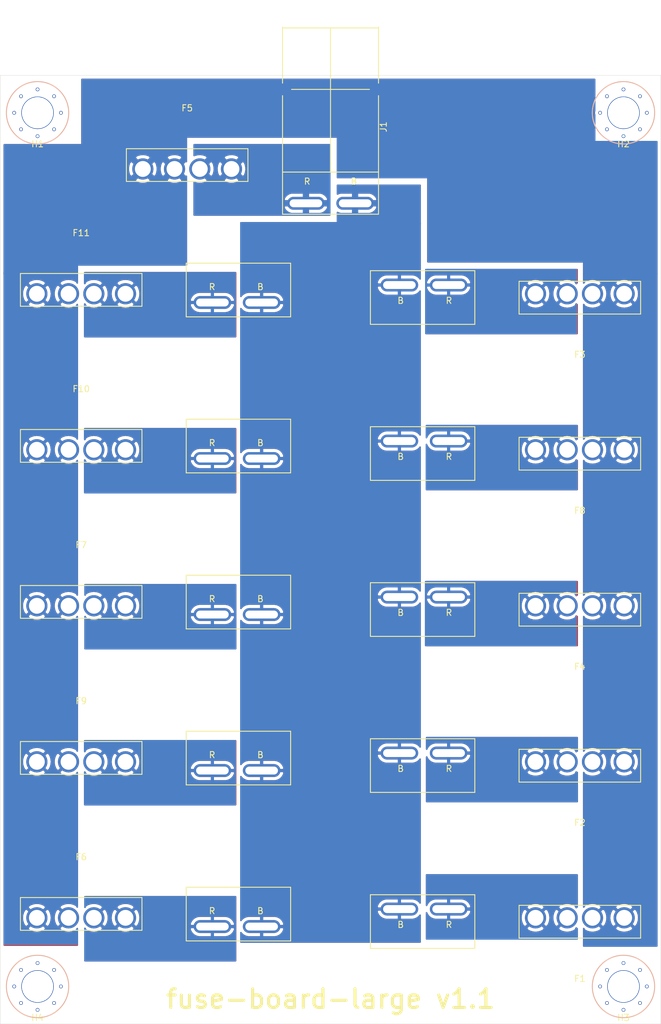
<source format=kicad_pcb>
(kicad_pcb (version 20171130) (host pcbnew 5.1.5-52549c5~84~ubuntu18.04.1)
  (layers (0 F.Cu signal) (31 B.Cu signal) (34 B.Paste user) (35 F.Paste user) (36 B.SilkS user) (37 F.SilkS user) (38 B.Mask user) (39 F.Mask user) (44 Edge.Cuts user))
  (net 0 "")
  (net 1 "Net-(F1-Pad1)")
  (net 2 "Net-(F1-Pad2)")
  (net 3 "Net-(F2-Pad2)")
  (net 4 "Net-(F3-Pad2)")
  (net 5 "Net-(F4-Pad2)")
  (net 6 "Net-(J1-Pad2)")
  (net 7 "Net-(F5-Pad2)")
  (net 8 "Net-(F6-Pad2)")
  (net 9 "Net-(F7-Pad2)")
  (net 10 "Net-(F8-Pad2)")
  (net 11 "Net-(F9-Pad2)")
  (net 12 "Net-(F10-Pad2)")
  (net 13 "Net-(F11-Pad2)")
  (module homebrew:Anderson_1336G1_right_angle_bottom_two (layer F.Cu) (at 85 60.5)
    (fp_text reference J1 (at 8.5 -12.25 90) (layer F.SilkS))
    (fp_text value Anderson_two_redblack)
    (fp_line (start -6.25 -18.25) (end 6.25 -18.25) (layer F.SilkS) (width 0.15))
    (fp_line (start -7.7 -28.1) (end 7.7 -28.1) (layer F.SilkS) (width 0.15))
    (fp_line (start -7.7 -28.25) (end -7.7 -19.25) (layer F.SilkS) (width 0.15))
    (fp_line (start -7.7 -5) (end 7.7 -5) (layer F.SilkS) (width 0.15))
    (fp_line (start 7.7 -5) (end 7.7 -17.25) (layer F.SilkS) (width 0.15))
    (fp_line (start 0 -28) (end 0 -5) (layer F.SilkS) (width 0.15))
    (fp_line (start -7.7 -17.25) (end -7.7 -5) (layer F.SilkS) (width 0.15))
    (fp_line (start 7.7 -19.25) (end 7.7 -28.25) (layer F.SilkS) (width 0.15))
    (fp_line (start -7.7 -5) (end -7.7 1.75) (layer F.SilkS) (width 0.15))
    (fp_line (start -7.7 1.75) (end 7.7 1.75) (layer F.SilkS) (width 0.15))
    (fp_line (start 7.7 1.75) (end 7.7 -5) (layer F.SilkS) (width 0.15))
    (fp_text user R (at -3.75 -3.5) (layer F.SilkS))
    (fp_text user B (at 3.75 -3.5) (layer F.SilkS))
    (pad 2 thru_hole oval (at 3.95 0) (size 6.03 2.07) (drill oval 5.23 1.27) (layers *.Cu *.Mask) (net 6 "Net-(J1-Pad2)"))
    (pad 1 thru_hole oval (at -3.95 0) (size 6.03 2.07) (drill oval 5.23 1.27) (layers *.Cu *.Mask) (net 7 "Net-(F5-Pad2)"))
  )
  (module homebrew:Anderson_1335G1_straight_two (layer F.Cu) (at 70 75)
    (fp_text reference J11 hide)
    (fp_text value Anderson_two_redblack)
    (fp_text user B (at 3.75 -1.1) (layer F.SilkS))
    (fp_line (start -8.15 -4.9) (end 8.6 -4.9) (layer F.SilkS) (width 0.15))
    (fp_line (start -8.15 3.7) (end -8.15 -4.9) (layer F.SilkS) (width 0.15))
    (fp_line (start 8.6 3.7) (end -8.15 3.7) (layer F.SilkS) (width 0.15))
    (fp_line (start 8.6 -4.9) (end 8.6 3.7) (layer F.SilkS) (width 0.15))
    (fp_text user R (at -4 -1.1) (layer F.SilkS))
    (pad 2 thru_hole oval (at 3.95 1.4) (size 6.03 2.07) (drill oval 5.23 1.27) (layers *.Cu *.Mask) (net 6 "Net-(J1-Pad2)"))
    (pad 1 thru_hole oval (at -3.95 1.4) (size 6.03 2.07) (drill oval 5.23 1.27) (layers *.Cu *.Mask) (net 13 "Net-(F11-Pad2)"))
  )
  (module homebrew:Anderson_1335G1_straight_two (layer F.Cu) (at 70 100)
    (fp_text reference J10 hide)
    (fp_text value Anderson_two_redblack)
    (fp_text user B (at 3.75 -1.1) (layer F.SilkS))
    (fp_line (start -8.15 -4.9) (end 8.6 -4.9) (layer F.SilkS) (width 0.15))
    (fp_line (start -8.15 3.7) (end -8.15 -4.9) (layer F.SilkS) (width 0.15))
    (fp_line (start 8.6 3.7) (end -8.15 3.7) (layer F.SilkS) (width 0.15))
    (fp_line (start 8.6 -4.9) (end 8.6 3.7) (layer F.SilkS) (width 0.15))
    (fp_text user R (at -4 -1.1) (layer F.SilkS))
    (pad 2 thru_hole oval (at 3.95 1.4) (size 6.03 2.07) (drill oval 5.23 1.27) (layers *.Cu *.Mask) (net 6 "Net-(J1-Pad2)"))
    (pad 1 thru_hole oval (at -3.95 1.4) (size 6.03 2.07) (drill oval 5.23 1.27) (layers *.Cu *.Mask) (net 12 "Net-(F10-Pad2)"))
  )
  (module homebrew:Anderson_1335G1_straight_two (layer F.Cu) (at 70 150)
    (fp_text reference J9 hide)
    (fp_text value Anderson_two_redblack)
    (fp_text user B (at 3.75 -1.1) (layer F.SilkS))
    (fp_line (start -8.15 -4.9) (end 8.6 -4.9) (layer F.SilkS) (width 0.15))
    (fp_line (start -8.15 3.7) (end -8.15 -4.9) (layer F.SilkS) (width 0.15))
    (fp_line (start 8.6 3.7) (end -8.15 3.7) (layer F.SilkS) (width 0.15))
    (fp_line (start 8.6 -4.9) (end 8.6 3.7) (layer F.SilkS) (width 0.15))
    (fp_text user R (at -4 -1.1) (layer F.SilkS))
    (pad 2 thru_hole oval (at 3.95 1.4) (size 6.03 2.07) (drill oval 5.23 1.27) (layers *.Cu *.Mask) (net 6 "Net-(J1-Pad2)"))
    (pad 1 thru_hole oval (at -3.95 1.4) (size 6.03 2.07) (drill oval 5.23 1.27) (layers *.Cu *.Mask) (net 11 "Net-(F9-Pad2)"))
  )
  (module homebrew:Anderson_1335G1_straight_two (layer F.Cu) (at 100 100 180)
    (fp_text reference J8 hide)
    (fp_text value Anderson_two_redblack)
    (fp_text user B (at 3.75 -1.1) (layer F.SilkS))
    (fp_line (start -8.15 -4.9) (end 8.6 -4.9) (layer F.SilkS) (width 0.15))
    (fp_line (start -8.15 3.7) (end -8.15 -4.9) (layer F.SilkS) (width 0.15))
    (fp_line (start 8.6 3.7) (end -8.15 3.7) (layer F.SilkS) (width 0.15))
    (fp_line (start 8.6 -4.9) (end 8.6 3.7) (layer F.SilkS) (width 0.15))
    (fp_text user R (at -4 -1.1) (layer F.SilkS))
    (pad 2 thru_hole oval (at 3.95 1.4 180) (size 6.03 2.07) (drill oval 5.23 1.27) (layers *.Cu *.Mask) (net 6 "Net-(J1-Pad2)"))
    (pad 1 thru_hole oval (at -3.95 1.4 180) (size 6.03 2.07) (drill oval 5.23 1.27) (layers *.Cu *.Mask) (net 10 "Net-(F8-Pad2)"))
  )
  (module homebrew:Anderson_1335G1_straight_two (layer F.Cu) (at 70 125)
    (fp_text reference J7 hide)
    (fp_text value Anderson_two_redblack)
    (fp_text user B (at 3.75 -1.1) (layer F.SilkS))
    (fp_line (start -8.15 -4.9) (end 8.6 -4.9) (layer F.SilkS) (width 0.15))
    (fp_line (start -8.15 3.7) (end -8.15 -4.9) (layer F.SilkS) (width 0.15))
    (fp_line (start 8.6 3.7) (end -8.15 3.7) (layer F.SilkS) (width 0.15))
    (fp_line (start 8.6 -4.9) (end 8.6 3.7) (layer F.SilkS) (width 0.15))
    (fp_text user R (at -4 -1.1) (layer F.SilkS))
    (pad 2 thru_hole oval (at 3.95 1.4) (size 6.03 2.07) (drill oval 5.23 1.27) (layers *.Cu *.Mask) (net 6 "Net-(J1-Pad2)"))
    (pad 1 thru_hole oval (at -3.95 1.4) (size 6.03 2.07) (drill oval 5.23 1.27) (layers *.Cu *.Mask) (net 9 "Net-(F7-Pad2)"))
  )
  (module homebrew:Anderson_1335G1_straight_two (layer F.Cu) (at 70 175)
    (fp_text reference J6 hide)
    (fp_text value Anderson_two_redblack)
    (fp_text user B (at 3.75 -1.1) (layer F.SilkS))
    (fp_line (start -8.15 -4.9) (end 8.6 -4.9) (layer F.SilkS) (width 0.15))
    (fp_line (start -8.15 3.7) (end -8.15 -4.9) (layer F.SilkS) (width 0.15))
    (fp_line (start 8.6 3.7) (end -8.15 3.7) (layer F.SilkS) (width 0.15))
    (fp_line (start 8.6 -4.9) (end 8.6 3.7) (layer F.SilkS) (width 0.15))
    (fp_text user R (at -4 -1.1) (layer F.SilkS))
    (pad 2 thru_hole oval (at 3.95 1.4) (size 6.03 2.07) (drill oval 5.23 1.27) (layers *.Cu *.Mask) (net 6 "Net-(J1-Pad2)"))
    (pad 1 thru_hole oval (at -3.95 1.4) (size 6.03 2.07) (drill oval 5.23 1.27) (layers *.Cu *.Mask) (net 8 "Net-(F6-Pad2)"))
  )
  (module homebrew:Anderson_1335G1_straight_two (layer F.Cu) (at 100 125 180)
    (fp_text reference J5 hide)
    (fp_text value Anderson_two_redblack)
    (fp_text user B (at 3.75 -1.1) (layer F.SilkS))
    (fp_line (start -8.15 -4.9) (end 8.6 -4.9) (layer F.SilkS) (width 0.15))
    (fp_line (start -8.15 3.7) (end -8.15 -4.9) (layer F.SilkS) (width 0.15))
    (fp_line (start 8.6 3.7) (end -8.15 3.7) (layer F.SilkS) (width 0.15))
    (fp_line (start 8.6 -4.9) (end 8.6 3.7) (layer F.SilkS) (width 0.15))
    (fp_text user R (at -4 -1.1) (layer F.SilkS))
    (pad 2 thru_hole oval (at 3.95 1.4 180) (size 6.03 2.07) (drill oval 5.23 1.27) (layers *.Cu *.Mask) (net 6 "Net-(J1-Pad2)"))
    (pad 1 thru_hole oval (at -3.95 1.4 180) (size 6.03 2.07) (drill oval 5.23 1.27) (layers *.Cu *.Mask) (net 5 "Net-(F4-Pad2)"))
  )
  (module homebrew:Anderson_1335G1_straight_two (layer F.Cu) (at 100 75 180)
    (fp_text reference J4 hide)
    (fp_text value Anderson_two_redblack)
    (fp_text user B (at 3.75 -1.1) (layer F.SilkS))
    (fp_line (start -8.15 -4.9) (end 8.6 -4.9) (layer F.SilkS) (width 0.15))
    (fp_line (start -8.15 3.7) (end -8.15 -4.9) (layer F.SilkS) (width 0.15))
    (fp_line (start 8.6 3.7) (end -8.15 3.7) (layer F.SilkS) (width 0.15))
    (fp_line (start 8.6 -4.9) (end 8.6 3.7) (layer F.SilkS) (width 0.15))
    (fp_text user R (at -4 -1.1) (layer F.SilkS))
    (pad 2 thru_hole oval (at 3.95 1.4 180) (size 6.03 2.07) (drill oval 5.23 1.27) (layers *.Cu *.Mask) (net 6 "Net-(J1-Pad2)"))
    (pad 1 thru_hole oval (at -3.95 1.4 180) (size 6.03 2.07) (drill oval 5.23 1.27) (layers *.Cu *.Mask) (net 4 "Net-(F3-Pad2)"))
  )
  (module homebrew:Anderson_1335G1_straight_two (layer F.Cu) (at 100 150 180)
    (fp_text reference J3 hide)
    (fp_text value Anderson_two_redblack)
    (fp_text user B (at 3.75 -1.1) (layer F.SilkS))
    (fp_line (start -8.15 -4.9) (end 8.6 -4.9) (layer F.SilkS) (width 0.15))
    (fp_line (start -8.15 3.7) (end -8.15 -4.9) (layer F.SilkS) (width 0.15))
    (fp_line (start 8.6 3.7) (end -8.15 3.7) (layer F.SilkS) (width 0.15))
    (fp_line (start 8.6 -4.9) (end 8.6 3.7) (layer F.SilkS) (width 0.15))
    (fp_text user R (at -4 -1.1) (layer F.SilkS))
    (pad 2 thru_hole oval (at 3.95 1.4 180) (size 6.03 2.07) (drill oval 5.23 1.27) (layers *.Cu *.Mask) (net 6 "Net-(J1-Pad2)"))
    (pad 1 thru_hole oval (at -3.95 1.4 180) (size 6.03 2.07) (drill oval 5.23 1.27) (layers *.Cu *.Mask) (net 3 "Net-(F2-Pad2)"))
  )
  (module homebrew:Anderson_1335G1_straight_two (layer F.Cu) (at 100 175 180)
    (fp_text reference J2 hide)
    (fp_text value Anderson_two_redblack)
    (fp_text user B (at 3.75 -1.1) (layer F.SilkS))
    (fp_line (start -8.15 -4.9) (end 8.6 -4.9) (layer F.SilkS) (width 0.15))
    (fp_line (start -8.15 3.7) (end -8.15 -4.9) (layer F.SilkS) (width 0.15))
    (fp_line (start 8.6 3.7) (end -8.15 3.7) (layer F.SilkS) (width 0.15))
    (fp_line (start 8.6 -4.9) (end 8.6 3.7) (layer F.SilkS) (width 0.15))
    (fp_text user R (at -4 -1.1) (layer F.SilkS))
    (pad 2 thru_hole oval (at 3.95 1.4 180) (size 6.03 2.07) (drill oval 5.23 1.27) (layers *.Cu *.Mask) (net 6 "Net-(J1-Pad2)"))
    (pad 1 thru_hole oval (at -3.95 1.4 180) (size 6.03 2.07) (drill oval 5.23 1.27) (layers *.Cu *.Mask) (net 2 "Net-(F1-Pad2)"))
  )
  (module homebrew:HOLE_5MM_#8 (layer F.Cu) (at 38 186)
    (fp_text reference H4 (at 0 5) (layer F.SilkS))
    (fp_text value HOLE)
    (fp_circle (center 0 0) (end 5 0) (layer B.SilkS) (width 0.15))
    (fp_circle (center 0 0) (end 5 0) (layer F.SilkS) (width 0.15))
    (pad "" thru_hole circle (at 2.65 2.65) (size 0.6 0.6) (drill 0.4) (layers *.Cu))
    (pad "" thru_hole circle (at -2.65 2.65) (size 0.6 0.6) (drill 0.4) (layers *.Cu))
    (pad "" thru_hole circle (at 2.65 -2.65) (size 0.6 0.6) (drill 0.4) (layers *.Cu))
    (pad "" thru_hole circle (at -2.65 -2.65) (size 0.6 0.6) (drill 0.4) (layers *.Cu))
    (pad "" thru_hole circle (at -3.75 0) (size 0.6 0.6) (drill 0.4) (layers *.Cu))
    (pad "" thru_hole circle (at 3.75 0) (size 0.6 0.6) (drill 0.4) (layers *.Cu))
    (pad "" thru_hole circle (at 0 3.75) (size 0.6 0.6) (drill 0.4) (layers *.Cu))
    (pad "" thru_hole circle (at 0 -3.75) (size 0.6 0.6) (drill 0.4) (layers *.Cu))
    (pad "" thru_hole circle (at 0 0) (size 5.2 5.2) (drill 5) (layers *.Cu *.Mask))
  )
  (module homebrew:HOLE_5MM_#8 (layer F.Cu) (at 132 186)
    (fp_text reference H3 (at 0 5) (layer F.SilkS))
    (fp_text value HOLE)
    (fp_circle (center 0 0) (end 5 0) (layer B.SilkS) (width 0.15))
    (fp_circle (center 0 0) (end 5 0) (layer F.SilkS) (width 0.15))
    (pad "" thru_hole circle (at 2.65 2.65) (size 0.6 0.6) (drill 0.4) (layers *.Cu))
    (pad "" thru_hole circle (at -2.65 2.65) (size 0.6 0.6) (drill 0.4) (layers *.Cu))
    (pad "" thru_hole circle (at 2.65 -2.65) (size 0.6 0.6) (drill 0.4) (layers *.Cu))
    (pad "" thru_hole circle (at -2.65 -2.65) (size 0.6 0.6) (drill 0.4) (layers *.Cu))
    (pad "" thru_hole circle (at -3.75 0) (size 0.6 0.6) (drill 0.4) (layers *.Cu))
    (pad "" thru_hole circle (at 3.75 0) (size 0.6 0.6) (drill 0.4) (layers *.Cu))
    (pad "" thru_hole circle (at 0 3.75) (size 0.6 0.6) (drill 0.4) (layers *.Cu))
    (pad "" thru_hole circle (at 0 -3.75) (size 0.6 0.6) (drill 0.4) (layers *.Cu))
    (pad "" thru_hole circle (at 0 0) (size 5.2 5.2) (drill 5) (layers *.Cu *.Mask))
  )
  (module homebrew:HOLE_5MM_#8 (layer F.Cu) (at 132 46)
    (fp_text reference H2 (at 0 5) (layer F.SilkS))
    (fp_text value HOLE)
    (fp_circle (center 0 0) (end 5 0) (layer B.SilkS) (width 0.15))
    (fp_circle (center 0 0) (end 5 0) (layer F.SilkS) (width 0.15))
    (pad "" thru_hole circle (at 2.65 2.65) (size 0.6 0.6) (drill 0.4) (layers *.Cu))
    (pad "" thru_hole circle (at -2.65 2.65) (size 0.6 0.6) (drill 0.4) (layers *.Cu))
    (pad "" thru_hole circle (at 2.65 -2.65) (size 0.6 0.6) (drill 0.4) (layers *.Cu))
    (pad "" thru_hole circle (at -2.65 -2.65) (size 0.6 0.6) (drill 0.4) (layers *.Cu))
    (pad "" thru_hole circle (at -3.75 0) (size 0.6 0.6) (drill 0.4) (layers *.Cu))
    (pad "" thru_hole circle (at 3.75 0) (size 0.6 0.6) (drill 0.4) (layers *.Cu))
    (pad "" thru_hole circle (at 0 3.75) (size 0.6 0.6) (drill 0.4) (layers *.Cu))
    (pad "" thru_hole circle (at 0 -3.75) (size 0.6 0.6) (drill 0.4) (layers *.Cu))
    (pad "" thru_hole circle (at 0 0) (size 5.2 5.2) (drill 5) (layers *.Cu *.Mask))
  )
  (module homebrew:HOLE_5MM_#8 (layer F.Cu) (at 38 46)
    (fp_text reference H1 (at 0 5) (layer F.SilkS))
    (fp_text value HOLE)
    (fp_circle (center 0 0) (end 5 0) (layer B.SilkS) (width 0.15))
    (fp_circle (center 0 0) (end 5 0) (layer F.SilkS) (width 0.15))
    (pad "" thru_hole circle (at 2.65 2.65) (size 0.6 0.6) (drill 0.4) (layers *.Cu))
    (pad "" thru_hole circle (at -2.65 2.65) (size 0.6 0.6) (drill 0.4) (layers *.Cu))
    (pad "" thru_hole circle (at 2.65 -2.65) (size 0.6 0.6) (drill 0.4) (layers *.Cu))
    (pad "" thru_hole circle (at -2.65 -2.65) (size 0.6 0.6) (drill 0.4) (layers *.Cu))
    (pad "" thru_hole circle (at -3.75 0) (size 0.6 0.6) (drill 0.4) (layers *.Cu))
    (pad "" thru_hole circle (at 3.75 0) (size 0.6 0.6) (drill 0.4) (layers *.Cu))
    (pad "" thru_hole circle (at 0 3.75) (size 0.6 0.6) (drill 0.4) (layers *.Cu))
    (pad "" thru_hole circle (at 0 -3.75) (size 0.6 0.6) (drill 0.4) (layers *.Cu))
    (pad "" thru_hole circle (at 0 0) (size 5.2 5.2) (drill 5) (layers *.Cu *.Mask))
  )
  (module homebrew:FUSEHOLDER_ATC_Bk-6010 (layer F.Cu) (at 45 75)
    (fp_text reference F11 (at 0 -9.75) (layer F.SilkS))
    (fp_text value POWER_FUSE)
    (fp_line (start -9.75 2) (end 9.75 2) (layer F.SilkS) (width 0.15))
    (fp_line (start -9.75 2) (end -9.75 -3.25) (layer F.SilkS) (width 0.15))
    (fp_line (start -9.75 -3.25) (end 9.75 -3.25) (layer F.SilkS) (width 0.15))
    (fp_line (start 9.75 -3.25) (end 9.75 2) (layer F.SilkS) (width 0.15))
    (pad 2 thru_hole circle (at 7.11 0) (size 3.4 3.4) (drill 2.54) (layers *.Cu *.Mask) (net 13 "Net-(F11-Pad2)"))
    (pad 1 thru_hole circle (at -7.11 0) (size 3.4 3.4) (drill 2.54) (layers *.Cu *.Mask) (net 1 "Net-(F1-Pad1)"))
    (pad 2 thru_hole circle (at 2.03 0) (size 3.4 3.4) (drill 2.54) (layers *.Cu *.Mask) (net 13 "Net-(F11-Pad2)"))
    (pad 1 thru_hole circle (at -2.03 0) (size 3.4 3.4) (drill 2.54) (layers *.Cu *.Mask) (net 1 "Net-(F1-Pad1)"))
  )
  (module homebrew:FUSEHOLDER_ATC_Bk-6010 (layer F.Cu) (at 45 100)
    (fp_text reference F10 (at 0 -9.75) (layer F.SilkS))
    (fp_text value POWER_FUSE)
    (fp_line (start -9.75 2) (end 9.75 2) (layer F.SilkS) (width 0.15))
    (fp_line (start -9.75 2) (end -9.75 -3.25) (layer F.SilkS) (width 0.15))
    (fp_line (start -9.75 -3.25) (end 9.75 -3.25) (layer F.SilkS) (width 0.15))
    (fp_line (start 9.75 -3.25) (end 9.75 2) (layer F.SilkS) (width 0.15))
    (pad 2 thru_hole circle (at 7.11 0) (size 3.4 3.4) (drill 2.54) (layers *.Cu *.Mask) (net 12 "Net-(F10-Pad2)"))
    (pad 1 thru_hole circle (at -7.11 0) (size 3.4 3.4) (drill 2.54) (layers *.Cu *.Mask) (net 1 "Net-(F1-Pad1)"))
    (pad 2 thru_hole circle (at 2.03 0) (size 3.4 3.4) (drill 2.54) (layers *.Cu *.Mask) (net 12 "Net-(F10-Pad2)"))
    (pad 1 thru_hole circle (at -2.03 0) (size 3.4 3.4) (drill 2.54) (layers *.Cu *.Mask) (net 1 "Net-(F1-Pad1)"))
  )
  (module homebrew:FUSEHOLDER_ATC_Bk-6010 (layer F.Cu) (at 45 150)
    (fp_text reference F9 (at 0 -9.75) (layer F.SilkS))
    (fp_text value POWER_FUSE)
    (fp_line (start -9.75 2) (end 9.75 2) (layer F.SilkS) (width 0.15))
    (fp_line (start -9.75 2) (end -9.75 -3.25) (layer F.SilkS) (width 0.15))
    (fp_line (start -9.75 -3.25) (end 9.75 -3.25) (layer F.SilkS) (width 0.15))
    (fp_line (start 9.75 -3.25) (end 9.75 2) (layer F.SilkS) (width 0.15))
    (pad 2 thru_hole circle (at 7.11 0) (size 3.4 3.4) (drill 2.54) (layers *.Cu *.Mask) (net 11 "Net-(F9-Pad2)"))
    (pad 1 thru_hole circle (at -7.11 0) (size 3.4 3.4) (drill 2.54) (layers *.Cu *.Mask) (net 1 "Net-(F1-Pad1)"))
    (pad 2 thru_hole circle (at 2.03 0) (size 3.4 3.4) (drill 2.54) (layers *.Cu *.Mask) (net 11 "Net-(F9-Pad2)"))
    (pad 1 thru_hole circle (at -2.03 0) (size 3.4 3.4) (drill 2.54) (layers *.Cu *.Mask) (net 1 "Net-(F1-Pad1)"))
  )
  (module homebrew:FUSEHOLDER_ATC_Bk-6010 (layer F.Cu) (at 125 100 180)
    (fp_text reference F8 (at 0 -9.75) (layer F.SilkS))
    (fp_text value POWER_FUSE)
    (fp_line (start -9.75 2) (end 9.75 2) (layer F.SilkS) (width 0.15))
    (fp_line (start -9.75 2) (end -9.75 -3.25) (layer F.SilkS) (width 0.15))
    (fp_line (start -9.75 -3.25) (end 9.75 -3.25) (layer F.SilkS) (width 0.15))
    (fp_line (start 9.75 -3.25) (end 9.75 2) (layer F.SilkS) (width 0.15))
    (pad 2 thru_hole circle (at 7.11 0 180) (size 3.4 3.4) (drill 2.54) (layers *.Cu *.Mask) (net 10 "Net-(F8-Pad2)"))
    (pad 1 thru_hole circle (at -7.11 0 180) (size 3.4 3.4) (drill 2.54) (layers *.Cu *.Mask) (net 1 "Net-(F1-Pad1)"))
    (pad 2 thru_hole circle (at 2.03 0 180) (size 3.4 3.4) (drill 2.54) (layers *.Cu *.Mask) (net 10 "Net-(F8-Pad2)"))
    (pad 1 thru_hole circle (at -2.03 0 180) (size 3.4 3.4) (drill 2.54) (layers *.Cu *.Mask) (net 1 "Net-(F1-Pad1)"))
  )
  (module homebrew:FUSEHOLDER_ATC_Bk-6010 (layer F.Cu) (at 45 125)
    (fp_text reference F7 (at 0 -9.75) (layer F.SilkS))
    (fp_text value POWER_FUSE)
    (fp_line (start -9.75 2) (end 9.75 2) (layer F.SilkS) (width 0.15))
    (fp_line (start -9.75 2) (end -9.75 -3.25) (layer F.SilkS) (width 0.15))
    (fp_line (start -9.75 -3.25) (end 9.75 -3.25) (layer F.SilkS) (width 0.15))
    (fp_line (start 9.75 -3.25) (end 9.75 2) (layer F.SilkS) (width 0.15))
    (pad 2 thru_hole circle (at 7.11 0) (size 3.4 3.4) (drill 2.54) (layers *.Cu *.Mask) (net 9 "Net-(F7-Pad2)"))
    (pad 1 thru_hole circle (at -7.11 0) (size 3.4 3.4) (drill 2.54) (layers *.Cu *.Mask) (net 1 "Net-(F1-Pad1)"))
    (pad 2 thru_hole circle (at 2.03 0) (size 3.4 3.4) (drill 2.54) (layers *.Cu *.Mask) (net 9 "Net-(F7-Pad2)"))
    (pad 1 thru_hole circle (at -2.03 0) (size 3.4 3.4) (drill 2.54) (layers *.Cu *.Mask) (net 1 "Net-(F1-Pad1)"))
  )
  (module homebrew:FUSEHOLDER_ATC_Bk-6010 (layer F.Cu) (at 45 175)
    (fp_text reference F6 (at 0 -9.75) (layer F.SilkS))
    (fp_text value POWER_FUSE)
    (fp_line (start -9.75 2) (end 9.75 2) (layer F.SilkS) (width 0.15))
    (fp_line (start -9.75 2) (end -9.75 -3.25) (layer F.SilkS) (width 0.15))
    (fp_line (start -9.75 -3.25) (end 9.75 -3.25) (layer F.SilkS) (width 0.15))
    (fp_line (start 9.75 -3.25) (end 9.75 2) (layer F.SilkS) (width 0.15))
    (pad 2 thru_hole circle (at 7.11 0) (size 3.4 3.4) (drill 2.54) (layers *.Cu *.Mask) (net 8 "Net-(F6-Pad2)"))
    (pad 1 thru_hole circle (at -7.11 0) (size 3.4 3.4) (drill 2.54) (layers *.Cu *.Mask) (net 1 "Net-(F1-Pad1)"))
    (pad 2 thru_hole circle (at 2.03 0) (size 3.4 3.4) (drill 2.54) (layers *.Cu *.Mask) (net 8 "Net-(F6-Pad2)"))
    (pad 1 thru_hole circle (at -2.03 0) (size 3.4 3.4) (drill 2.54) (layers *.Cu *.Mask) (net 1 "Net-(F1-Pad1)"))
  )
  (module homebrew:FUSEHOLDER_ATC_Bk-6010 (layer F.Cu) (at 62 55)
    (fp_text reference F5 (at 0 -9.75) (layer F.SilkS))
    (fp_text value POWER_FUSE)
    (fp_line (start -9.75 2) (end 9.75 2) (layer F.SilkS) (width 0.15))
    (fp_line (start -9.75 2) (end -9.75 -3.25) (layer F.SilkS) (width 0.15))
    (fp_line (start -9.75 -3.25) (end 9.75 -3.25) (layer F.SilkS) (width 0.15))
    (fp_line (start 9.75 -3.25) (end 9.75 2) (layer F.SilkS) (width 0.15))
    (pad 2 thru_hole circle (at 7.11 0) (size 3.4 3.4) (drill 2.54) (layers *.Cu *.Mask) (net 7 "Net-(F5-Pad2)"))
    (pad 1 thru_hole circle (at -7.11 0) (size 3.4 3.4) (drill 2.54) (layers *.Cu *.Mask) (net 1 "Net-(F1-Pad1)"))
    (pad 2 thru_hole circle (at 2.03 0) (size 3.4 3.4) (drill 2.54) (layers *.Cu *.Mask) (net 7 "Net-(F5-Pad2)"))
    (pad 1 thru_hole circle (at -2.03 0) (size 3.4 3.4) (drill 2.54) (layers *.Cu *.Mask) (net 1 "Net-(F1-Pad1)"))
  )
  (module homebrew:FUSEHOLDER_ATC_Bk-6010 (layer F.Cu) (at 125 125 180)
    (fp_text reference F4 (at 0 -9.75) (layer F.SilkS))
    (fp_text value POWER_FUSE)
    (fp_line (start -9.75 2) (end 9.75 2) (layer F.SilkS) (width 0.15))
    (fp_line (start -9.75 2) (end -9.75 -3.25) (layer F.SilkS) (width 0.15))
    (fp_line (start -9.75 -3.25) (end 9.75 -3.25) (layer F.SilkS) (width 0.15))
    (fp_line (start 9.75 -3.25) (end 9.75 2) (layer F.SilkS) (width 0.15))
    (pad 2 thru_hole circle (at 7.11 0 180) (size 3.4 3.4) (drill 2.54) (layers *.Cu *.Mask) (net 5 "Net-(F4-Pad2)"))
    (pad 1 thru_hole circle (at -7.11 0 180) (size 3.4 3.4) (drill 2.54) (layers *.Cu *.Mask) (net 1 "Net-(F1-Pad1)"))
    (pad 2 thru_hole circle (at 2.03 0 180) (size 3.4 3.4) (drill 2.54) (layers *.Cu *.Mask) (net 5 "Net-(F4-Pad2)"))
    (pad 1 thru_hole circle (at -2.03 0 180) (size 3.4 3.4) (drill 2.54) (layers *.Cu *.Mask) (net 1 "Net-(F1-Pad1)"))
  )
  (module homebrew:FUSEHOLDER_ATC_Bk-6010 (layer F.Cu) (at 125 75 180)
    (fp_text reference F3 (at 0 -9.75) (layer F.SilkS))
    (fp_text value POWER_FUSE)
    (fp_line (start -9.75 2) (end 9.75 2) (layer F.SilkS) (width 0.15))
    (fp_line (start -9.75 2) (end -9.75 -3.25) (layer F.SilkS) (width 0.15))
    (fp_line (start -9.75 -3.25) (end 9.75 -3.25) (layer F.SilkS) (width 0.15))
    (fp_line (start 9.75 -3.25) (end 9.75 2) (layer F.SilkS) (width 0.15))
    (pad 2 thru_hole circle (at 7.11 0 180) (size 3.4 3.4) (drill 2.54) (layers *.Cu *.Mask) (net 4 "Net-(F3-Pad2)"))
    (pad 1 thru_hole circle (at -7.11 0 180) (size 3.4 3.4) (drill 2.54) (layers *.Cu *.Mask) (net 1 "Net-(F1-Pad1)"))
    (pad 2 thru_hole circle (at 2.03 0 180) (size 3.4 3.4) (drill 2.54) (layers *.Cu *.Mask) (net 4 "Net-(F3-Pad2)"))
    (pad 1 thru_hole circle (at -2.03 0 180) (size 3.4 3.4) (drill 2.54) (layers *.Cu *.Mask) (net 1 "Net-(F1-Pad1)"))
  )
  (module homebrew:FUSEHOLDER_ATC_Bk-6010 (layer F.Cu) (at 125 150 180)
    (fp_text reference F2 (at 0 -9.75) (layer F.SilkS))
    (fp_text value POWER_FUSE)
    (fp_line (start -9.75 2) (end 9.75 2) (layer F.SilkS) (width 0.15))
    (fp_line (start -9.75 2) (end -9.75 -3.25) (layer F.SilkS) (width 0.15))
    (fp_line (start -9.75 -3.25) (end 9.75 -3.25) (layer F.SilkS) (width 0.15))
    (fp_line (start 9.75 -3.25) (end 9.75 2) (layer F.SilkS) (width 0.15))
    (pad 2 thru_hole circle (at 7.11 0 180) (size 3.4 3.4) (drill 2.54) (layers *.Cu *.Mask) (net 3 "Net-(F2-Pad2)"))
    (pad 1 thru_hole circle (at -7.11 0 180) (size 3.4 3.4) (drill 2.54) (layers *.Cu *.Mask) (net 1 "Net-(F1-Pad1)"))
    (pad 2 thru_hole circle (at 2.03 0 180) (size 3.4 3.4) (drill 2.54) (layers *.Cu *.Mask) (net 3 "Net-(F2-Pad2)"))
    (pad 1 thru_hole circle (at -2.03 0 180) (size 3.4 3.4) (drill 2.54) (layers *.Cu *.Mask) (net 1 "Net-(F1-Pad1)"))
  )
  (module homebrew:FUSEHOLDER_ATC_Bk-6010 (layer F.Cu) (at 125 175 180)
    (fp_text reference F1 (at 0 -9.75) (layer F.SilkS))
    (fp_text value POWER_FUSE)
    (fp_line (start -9.75 2) (end 9.75 2) (layer F.SilkS) (width 0.15))
    (fp_line (start -9.75 2) (end -9.75 -3.25) (layer F.SilkS) (width 0.15))
    (fp_line (start -9.75 -3.25) (end 9.75 -3.25) (layer F.SilkS) (width 0.15))
    (fp_line (start 9.75 -3.25) (end 9.75 2) (layer F.SilkS) (width 0.15))
    (pad 2 thru_hole circle (at 7.11 0 180) (size 3.4 3.4) (drill 2.54) (layers *.Cu *.Mask) (net 2 "Net-(F1-Pad2)"))
    (pad 1 thru_hole circle (at -7.11 0 180) (size 3.4 3.4) (drill 2.54) (layers *.Cu *.Mask) (net 1 "Net-(F1-Pad1)"))
    (pad 2 thru_hole circle (at 2.03 0 180) (size 3.4 3.4) (drill 2.54) (layers *.Cu *.Mask) (net 2 "Net-(F1-Pad2)"))
    (pad 1 thru_hole circle (at -2.03 0 180) (size 3.4 3.4) (drill 2.54) (layers *.Cu *.Mask) (net 1 "Net-(F1-Pad1)"))
  )
  (gr_text "fuse-board-large v1.1" (at 85 188) (layer F.SilkS) (effects (font (size 3 3) (thickness 0.5))))
  (gr_line (start 138 192) (end 32 192) (layer Edge.Cuts) (width 0.05))
  (gr_line (start 32 40) (end 32 192) (layer Edge.Cuts) (width 0.05))
  (gr_line (start 138 40) (end 138 192) (layer Edge.Cuts) (width 0.05))
  (gr_line (start 32 40) (end 138 40) (layer Edge.Cuts) (width 0.05))
  (zone (net 6) (net_name "Net-(J1-Pad2)") (layer F.Cu) (connect_pads (clearance 0.508)) (min_thickness 0.254) (fill yes (arc_segments 32) (thermal_gap 0.508) (thermal_bridge_width 0.508))
    (polygon (pts (xy 99.5 179) (xy 70.5 179) (xy 70.5 63.5) (xy 99.5 63.5)))
  )
  (zone (net 1) (net_name "Net-(F1-Pad1)") (layer F.Cu) (connect_pads (clearance 0.508)) (min_thickness 0.254) (fill yes (arc_segments 32) (thermal_gap 0.508) (thermal_bridge_width 0.508))
    (polygon (pts (xy 44.5 179.5) (xy 32 179.5) (xy 32 71.5) (xy 44.5 71.5)))
  )
  (zone (net 13) (net_name "Net-(F11-Pad2)") (layer F.Cu) (connect_pads (clearance 0.508)) (min_thickness 0.254) (fill yes (arc_segments 32) (thermal_gap 0.508) (thermal_bridge_width 0.508))
    (polygon (pts (xy 69.9 82) (xy 45.5 82) (xy 45.5 71.5) (xy 69.9 71.5)))
  )
  (zone (net 12) (net_name "Net-(F10-Pad2)") (layer F.Cu) (connect_pads (clearance 0.508)) (min_thickness 0.254) (fill yes (arc_segments 32) (thermal_gap 0.508) (thermal_bridge_width 0.508))
    (polygon (pts (xy 69.9 107) (xy 45.5 107) (xy 45.5 96.5) (xy 69.9 96.5)))
  )
  (zone (net 9) (net_name "Net-(F7-Pad2)") (layer F.Cu) (connect_pads (clearance 0.508)) (min_thickness 0.254) (fill yes (arc_segments 32) (thermal_gap 0.508) (thermal_bridge_width 0.508))
    (polygon (pts (xy 69.9 132) (xy 45.5 132) (xy 45.5 121.5) (xy 69.9 121.5)))
  )
  (zone (net 11) (net_name "Net-(F9-Pad2)") (layer F.Cu) (connect_pads (clearance 0.508)) (min_thickness 0.254) (fill yes (arc_segments 32) (thermal_gap 0.508) (thermal_bridge_width 0.508))
    (polygon (pts (xy 69.9 157) (xy 45.5 157) (xy 45.5 146.5) (xy 69.9 146.5)))
  )
  (zone (net 8) (net_name "Net-(F6-Pad2)") (layer F.Cu) (connect_pads (clearance 0.508)) (min_thickness 0.254) (fill yes (arc_segments 32) (thermal_gap 0.508) (thermal_bridge_width 0.508))
    (polygon (pts (xy 69.9 182) (xy 45.5 182) (xy 45.5 171.5) (xy 69.9 171.5)))
  )
  (zone (net 2) (net_name "Net-(F1-Pad2)") (layer F.Cu) (connect_pads (clearance 0.508)) (min_thickness 0.254) (fill yes (arc_segments 32) (thermal_gap 0.508) (thermal_bridge_width 0.508))
    (polygon (pts (xy 100.284564 168) (xy 124.684564 168) (xy 124.684564 178.5) (xy 100.284564 178.5)))
  )
  (zone (net 4) (net_name "Net-(F3-Pad2)") (layer F.Cu) (connect_pads (clearance 0.508)) (min_thickness 0.254) (fill yes (arc_segments 32) (thermal_gap 0.508) (thermal_bridge_width 0.508))
    (polygon (pts (xy 100.284564 71) (xy 124.684564 71) (xy 124.684564 81.5) (xy 100.284564 81.5)))
  )
  (zone (net 10) (net_name "Net-(F8-Pad2)") (layer F.Cu) (connect_pads (clearance 0.508)) (min_thickness 0.254) (fill yes (arc_segments 32) (thermal_gap 0.508) (thermal_bridge_width 0.508))
    (polygon (pts (xy 100.300317 96) (xy 124.700317 96) (xy 124.700317 106.5) (xy 100.300317 106.5)))
  )
  (zone (net 5) (net_name "Net-(F4-Pad2)") (layer F.Cu) (connect_pads (clearance 0.508)) (min_thickness 0.254) (fill yes (arc_segments 32) (thermal_gap 0.508) (thermal_bridge_width 0.508))
    (polygon (pts (xy 100.300317 121) (xy 124.700317 121) (xy 124.700317 131.5) (xy 100.300317 131.5)))
  )
  (zone (net 3) (net_name "Net-(F2-Pad2)") (layer F.Cu) (connect_pads (clearance 0.508)) (min_thickness 0.254) (fill yes (arc_segments 32) (thermal_gap 0.508) (thermal_bridge_width 0.508))
    (polygon (pts (xy 100.300317 146) (xy 124.700317 146) (xy 124.700317 156.5) (xy 100.300317 156.5)))
  )
  (zone (net 1) (net_name "Net-(F1-Pad1)") (layer F.Cu) (connect_pads (clearance 0.508)) (min_thickness 0.254) (fill yes (arc_segments 32) (thermal_gap 0.508) (thermal_bridge_width 0.508))
    (polygon (pts (xy 138 179.646611) (xy 125.5 179.646611) (xy 125.5 71.646611) (xy 138 71.646611)))
  )
  (zone (net 7) (net_name "Net-(F5-Pad2)") (layer F.Cu) (connect_pads (clearance 0.508)) (min_thickness 0.254) (fill yes (arc_segments 32) (thermal_gap 0.508) (thermal_bridge_width 1))
    (polygon (pts (xy 85 62.5) (xy 63 62.5) (xy 63 51) (xy 85 51)))
  )
  (zone (net 6) (net_name "Net-(J1-Pad2)") (layer F.Cu) (connect_pads (clearance 0.508)) (min_thickness 0.254) (fill yes (arc_segments 32) (thermal_gap 0.508) (thermal_bridge_width 1))
    (polygon (pts (xy 99.5 64) (xy 86 64) (xy 86 57.5) (xy 99.5 57.5)))
  )
  (zone (net 1) (net_name "Net-(F1-Pad1)") (layer F.Cu) (connect_pads (clearance 0.508)) (min_thickness 0.254) (fill yes (arc_segments 32) (thermal_gap 0.508) (thermal_bridge_width 1))
    (polygon (pts (xy 62 70.5) (xy 44.5 70.5) (xy 44.5 72) (xy 32 72) (xy 32 51) (xy 62 51)))
  )
  (zone (net 1) (net_name "Net-(F1-Pad1)") (layer F.Cu) (connect_pads (clearance 0.508)) (min_thickness 0.254) (fill yes (arc_segments 32) (thermal_gap 0.508) (thermal_bridge_width 0.508))
    (polygon (pts (xy 127.5 50.5) (xy 138 50.5) (xy 138 72) (xy 125.5 72) (xy 125.5 70) (xy 100.5 70) (xy 100.5 56.5) (xy 86 56.5) (xy 86 50) (xy 62 50) (xy 62 51.5) (xy 45 51.5) (xy 45 40) (xy 127.5 40)))
  )
  (zone (net 1) (net_name "Net-(F1-Pad1)") (layer B.Cu) (connect_pads (clearance 0.508)) (min_thickness 0.254) (fill yes (arc_segments 32) (thermal_gap 0.508) (thermal_bridge_width 1))
    (polygon (pts (xy 62 70.5) (xy 44.5 70.5) (xy 44.5 72) (xy 32 72) (xy 32 51) (xy 62 51)))
  )
  (zone (net 1) (net_name "Net-(F1-Pad1)") (layer B.Cu) (connect_pads (clearance 0.508)) (min_thickness 0.254) (fill yes (arc_segments 32) (thermal_gap 0.508) (thermal_bridge_width 0.508))
    (polygon (pts (xy 127.5 50.5) (xy 138 50.5) (xy 138 179.646611) (xy 125.5 179.646611) (xy 125.5 70) (xy 100.5 70) (xy 100.5 56.5) (xy 86 56.5) (xy 86 50) (xy 62 50) (xy 62 51.5) (xy 45 51.5) (xy 45 40) (xy 127.5 40)))
  )
  (zone (net 7) (net_name "Net-(F5-Pad2)") (layer B.Cu) (connect_pads (clearance 0.508)) (min_thickness 0.254) (fill yes (arc_segments 32) (thermal_gap 0.508) (thermal_bridge_width 1))
    (polygon (pts (xy 85 62.5) (xy 63 62.5) (xy 63 51) (xy 85 51)))
  )
  (zone (net 6) (net_name "Net-(J1-Pad2)") (layer B.Cu) (connect_pads (clearance 0.508)) (min_thickness 0.254) (fill yes (arc_segments 32) (thermal_gap 0.508) (thermal_bridge_width 0.508))
    (polygon (pts (xy 99.5 179) (xy 70.5 179) (xy 70.5 63.5) (xy 99.5 63.5)))
  )
  (zone (net 6) (net_name "Net-(J1-Pad2)") (layer B.Cu) (connect_pads (clearance 0.508)) (min_thickness 0.254) (fill yes (arc_segments 32) (thermal_gap 0.508) (thermal_bridge_width 1))
    (polygon (pts (xy 99.5 64) (xy 86 64) (xy 86 57.5) (xy 99.5 57.5)))
  )
  (zone (net 4) (net_name "Net-(F3-Pad2)") (layer B.Cu) (connect_pads (clearance 0.508)) (min_thickness 0.254) (fill yes (arc_segments 32) (thermal_gap 0.508) (thermal_bridge_width 0.508))
    (polygon (pts (xy 100.170015 71) (xy 124.570015 71) (xy 124.570015 81.5) (xy 100.170015 81.5)))
  )
  (zone (net 10) (net_name "Net-(F8-Pad2)") (layer B.Cu) (connect_pads (clearance 0.508)) (min_thickness 0.254) (fill yes (arc_segments 32) (thermal_gap 0.508) (thermal_bridge_width 0.508))
    (polygon (pts (xy 100.260546 96) (xy 124.660546 96) (xy 124.660546 106.5) (xy 100.260546 106.5)))
  )
  (zone (net 5) (net_name "Net-(F4-Pad2)") (layer B.Cu) (connect_pads (clearance 0.508)) (min_thickness 0.254) (fill yes (arc_segments 32) (thermal_gap 0.508) (thermal_bridge_width 0.508))
    (polygon (pts (xy 100.134435 121) (xy 124.534435 121) (xy 124.534435 131.5) (xy 100.134435 131.5)))
  )
  (zone (net 3) (net_name "Net-(F2-Pad2)") (layer B.Cu) (connect_pads (clearance 0.508)) (min_thickness 0.254) (fill yes (arc_segments 32) (thermal_gap 0.508) (thermal_bridge_width 0.508))
    (polygon (pts (xy 100.300317 146) (xy 124.700317 146) (xy 124.700317 156.5) (xy 100.300317 156.5)))
  )
  (zone (net 2) (net_name "Net-(F1-Pad2)") (layer B.Cu) (connect_pads (clearance 0.508)) (min_thickness 0.254) (fill yes (arc_segments 32) (thermal_gap 0.508) (thermal_bridge_width 0.508))
    (polygon (pts (xy 100.284564 168) (xy 124.684564 168) (xy 124.684564 178.5) (xy 100.284564 178.5)))
  )
  (zone (net 8) (net_name "Net-(F6-Pad2)") (layer B.Cu) (connect_pads (clearance 0.508)) (min_thickness 0.254) (fill yes (arc_segments 32) (thermal_gap 0.508) (thermal_bridge_width 0.508))
    (polygon (pts (xy 69.873726 182) (xy 45.473726 182) (xy 45.473726 171.5) (xy 69.873726 171.5)))
  )
  (zone (net 11) (net_name "Net-(F9-Pad2)") (layer B.Cu) (connect_pads (clearance 0.508)) (min_thickness 0.254) (fill yes (arc_segments 32) (thermal_gap 0.508) (thermal_bridge_width 0.508))
    (polygon (pts (xy 69.832659 157) (xy 45.432659 157) (xy 45.432659 146.5) (xy 69.832659 146.5)))
  )
  (zone (net 9) (net_name "Net-(F7-Pad2)") (layer B.Cu) (connect_pads (clearance 0.508)) (min_thickness 0.254) (fill yes (arc_segments 32) (thermal_gap 0.508) (thermal_bridge_width 0.508))
    (polygon (pts (xy 69.9 132) (xy 45.5 132) (xy 45.5 121.5) (xy 69.9 121.5)))
  )
  (zone (net 12) (net_name "Net-(F10-Pad2)") (layer B.Cu) (connect_pads (clearance 0.508)) (min_thickness 0.254) (fill yes (arc_segments 32) (thermal_gap 0.508) (thermal_bridge_width 0.508))
    (polygon (pts (xy 69.832659 107) (xy 45.432659 107) (xy 45.432659 96.5) (xy 69.832659 96.5)))
  )
  (zone (net 13) (net_name "Net-(F11-Pad2)") (layer B.Cu) (connect_pads (clearance 0.508)) (min_thickness 0.254) (fill yes (arc_segments 32) (thermal_gap 0.508) (thermal_bridge_width 0.508))
    (polygon (pts (xy 69.832659 82) (xy 45.432659 82) (xy 45.432659 71.5) (xy 69.832659 71.5)))
  )
  (zone (net 1) (net_name "Net-(F1-Pad1)") (layer B.Cu) (connect_pads (clearance 0.508)) (min_thickness 0.254) (fill yes (arc_segments 32) (thermal_gap 0.508) (thermal_bridge_width 0.508))
    (polygon (pts (xy 44.5 179.343009) (xy 32 179.343009) (xy 32 71.343009) (xy 44.5 71.343009)))
  )
)
</source>
